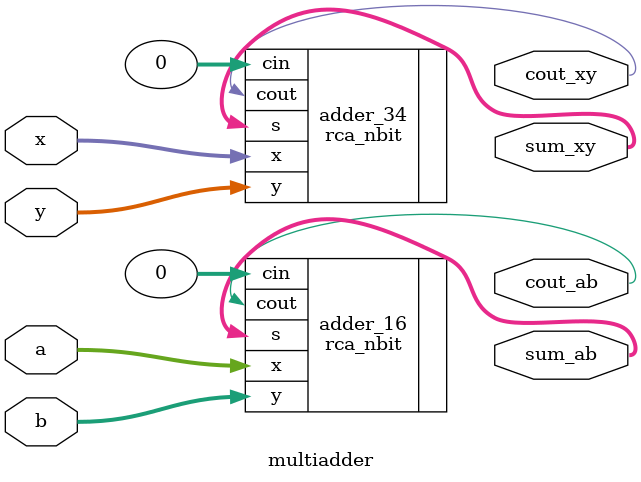
<source format=v>
module multiadder  (
    input [15:0] a,b, //adder 16 bits
    output [15:0] sum_ab,
    output cout_ab,
    input [33:0] x,y, //adder 34 bits
    output [33:0] sum_xy,
    output cout_xy
);
rca_nbit #(.n(16)) adder_16 (
.x(a),
.y(b),
.cin(0),
.s(sum_ab),
.cout(cout_ab)
);
rca_nbit #(.n(34)) adder_34 (
.x(x),
.y(y),
.cin(0),
.s(sum_xy),
.cout(cout_xy)
);




    
endmodule
</source>
